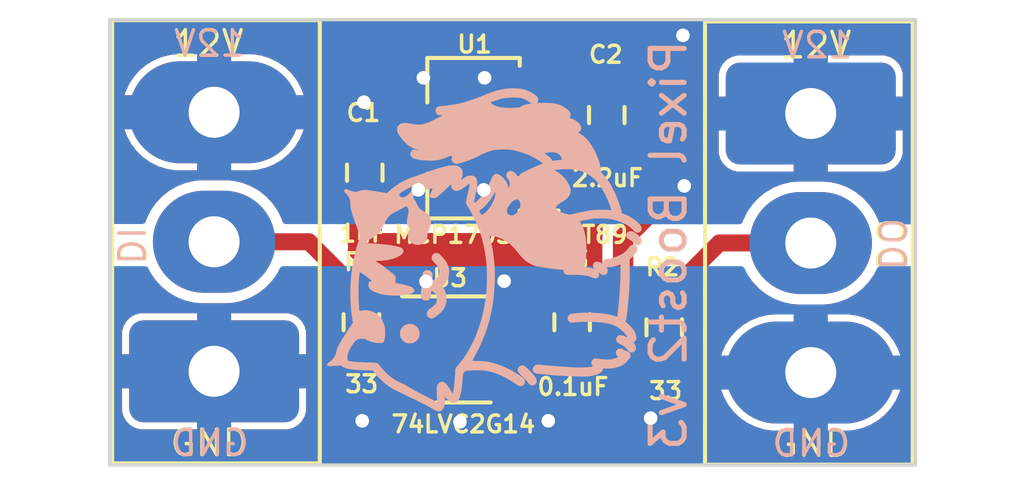
<source format=kicad_pcb>
(kicad_pcb (version 20221018) (generator pcbnew)
  (title_block (title "Pixel Boost2") (date "2023-11-08") (rev "v3"))
  (layers (0 "F.Cu" signal) (31 "B.Cu" signal) (34 "B.Paste" user) (35 "F.Paste" user) (36 "B.SilkS" user "B.Silkscreen") (37 "F.SilkS" user "F.Silkscreen") (38 "B.Mask" user) (39 "F.Mask" user) (44 "Edge.Cuts" user))
  (net 0 "")
  (net 1 "+5V")
  (net 2 "GND")
  (net 3 "Net-(J1-Pin_2)")
  (net 4 "Net-(J2-Pin_2)")
  (net 5 "Net-(R1-Pad2)")
  (net 6 "Net-(R2-Pad1)")
  (net 7 "+12V")
  (footprint "Resistor_SMD:R_0603_1608Metric" (layer "F.Cu") (at 146.8 115.4 -90)
    (fp_text reference "R1" (at -1.77 0.01) (layer "F.SilkS") (effects (font (size 0.5 0.5) (thickness 0.1))))
    (fp_text value "33" (at 1.82 -0.01 180) (layer "F.SilkS") (effects (font (size 0.5 0.5) (thickness 0.1))))
    (pad "1" smd roundrect (at -0.825 0 270) (size 0.8 0.95) (layers "F.Cu" "F.Paste" "F.Mask") (net 3 "Net-(J1-Pin_2)"))
    (pad "2" smd roundrect (at 0.825 0 270) (size 0.8 0.95) (layers "F.Cu" "F.Paste" "F.Mask") (net 5 "Net-(R1-Pad2)"))
  )
  (footprint "Scotts:PhoenixContact_MCV_1,5_3-G-3.81_1x03_P3.81mm_Vertical" (layer "F.Cu") (at 142.4675 116.8425 90)
    (fp_text reference "J1")
    (fp_text value "In")
    (pad "1" thru_hole roundrect (at 0 0 90) (size 3 5) (drill 1.5) (layers "*.Cu" "*.Mask") (roundrect_rratio 0.138889) (net 2 "GND"))
    (pad "2" thru_hole oval (at 3.81 0 90) (size 3 3.6) (drill 1.5) (layers "*.Cu" "*.Mask") (net 3 "Net-(J1-Pin_2)"))
    (pad "3" thru_hole oval (at 7.62 0 90) (size 3 5) (drill 1.5) (layers "*.Cu" "*.Mask") (net 7 "+12V"))
  )
  (footprint "Scotts:PhoenixContact_MCV_1,5_3-G-3.81_1x03_P3.81mm_Vertical" (layer "F.Cu") (at 160.02 109.26 -90)
    (fp_text reference "J2")
    (fp_text value "Out")
    (pad "1" thru_hole roundrect (at 0 0 270) (size 3 5) (drill 1.5) (layers "*.Cu" "*.Mask") (roundrect_rratio 0.138889) (net 7 "+12V"))
    (pad "2" thru_hole oval (at 3.81 0 270) (size 3 3.6) (drill 1.5) (layers "*.Cu" "*.Mask") (net 4 "Net-(J2-Pin_2)"))
    (pad "3" thru_hole oval (at 7.62 0 270) (size 3 5) (drill 1.5) (layers "*.Cu" "*.Mask") (net 2 "GND"))
  )
  (footprint "Resistor_SMD:R_0603_1608Metric" (layer "F.Cu") (at 153 115.4 90)
    (fp_text reference "C3" (at 1.825 0 180) (layer "F.SilkS") (effects (font (size 0.5 0.5) (thickness 0.1))))
    (fp_text value "0.1uF" (at -1.9 0.025 180) (layer "F.SilkS") (effects (font (size 0.5 0.5) (thickness 0.1))))
    (pad "1" smd roundrect (at -0.825 0 90) (size 0.8 0.95) (layers "F.Cu" "F.Paste" "F.Mask") (net 1 "+5V"))
    (pad "2" smd roundrect (at 0.825 0 90) (size 0.8 0.95) (layers "F.Cu" "F.Paste" "F.Mask") (net 2 "GND"))
  )
  (footprint "Package_TO_SOT_SMD:SOT-89-3" (layer "F.Cu") (at 150.4 109.985 180)
    (fp_text reference "U1" (at 0.27 2.76) (layer "F.SilkS") (effects (font (size 0.5 0.5) (thickness 0.1))))
    (fp_text value "MCP1703A-SOT89" (at -0.8 -2.84) (layer "F.SilkS") (effects (font (size 0.5 0.5) (thickness 0.1))))
    (pad "1" smd rect (at -1.65 -1.5 180) (size 1.3 0.9) (layers "F.Cu" "F.Paste" "F.Mask") (net 2 "GND"))
    (pad "2" smd custom (at -1.5625 0 180) (size 1.475 0.9) (layers "F.Cu" "F.Paste" "F.Mask") (net 7 "+12V") (options (clearance outline) (anchor rect)) (primitives (gr_poly (pts (xy 3.8625 0.8665) (xy 0.7375 0.8665) (xy 0.7375 -0.8665) (xy 3.8625 -0.8665)) (width 0) (fill yes))))
    (pad "3" smd rect (at -1.65 1.5 180) (size 1.3 0.9) (layers "F.Cu" "F.Paste" "F.Mask") (net 1 "+5V"))
  )
  (footprint "Resistor_SMD:R_0603_1608Metric" (layer "F.Cu") (at 155.71 115.55 90)
    (fp_text reference "R2" (at 1.77 -0.05 180) (layer "F.SilkS") (effects (font (size 0.5 0.5) (thickness 0.1))))
    (fp_text value "33" (at -1.87 0.04 180) (layer "F.SilkS") (effects (font (size 0.5 0.5) (thickness 0.1))))
    (pad "1" smd roundrect (at -0.825 0 90) (size 0.8 0.95) (layers "F.Cu" "F.Paste" "F.Mask") (net 6 "Net-(R2-Pad1)"))
    (pad "2" smd roundrect (at 0.825 0 90) (size 0.8 0.95) (layers "F.Cu" "F.Paste" "F.Mask") (net 4 "Net-(J2-Pin_2)"))
  )
  (footprint "Package_TO_SOT_SMD:SOT-23-6" (layer "F.Cu") (at 149.8 116.2)
    (fp_text reference "U3" (at -0.4 -2.1) (layer "F.SilkS") (effects (font (size 0.5 0.5) (thickness 0.1) bold)))
    (fp_text value "74LVC2G14" (at 0 2.2) (layer "F.SilkS") (effects (font (size 0.5 0.5) (thickness 0.1) bold)))
    (pad "1" smd roundrect (at -1.1375 -0.95) (size 1.325 0.6) (layers "F.Cu" "F.Paste" "F.Mask") (net 2 "GND"))
    (pad "2" smd roundrect (at -1.1375 0) (size 1.325 0.6) (layers "F.Cu" "F.Paste" "F.Mask") (net 2 "GND"))
    (pad "3" smd roundrect (at -1.1375 0.95) (size 1.325 0.6) (layers "F.Cu" "F.Paste" "F.Mask") (net 5 "Net-(R1-Pad2)"))
    (pad "4" smd roundrect (at 1.1375 0.95) (size 1.325 0.6) (layers "F.Cu" "F.Paste" "F.Mask") (net 6 "Net-(R2-Pad1)"))
    (pad "5" smd roundrect (at 1.1375 0) (size 1.325 0.6) (layers "F.Cu" "F.Paste" "F.Mask") (net 1 "+5V"))
    (pad "6" smd roundrect (at 1.1375 -0.95) (size 1.325 0.6) (layers "F.Cu" "F.Paste" "F.Mask"))
  )
  (footprint "Resistor_SMD:R_0603_1608Metric" (layer "F.Cu") (at 146.9 111 -90)
    (fp_text reference "C1" (at -1.76 0.04 180) (layer "F.SilkS") (effects (font (size 0.5 0.5) (thickness 0.1))))
    (fp_text value "1uF" (at 1.79 0.06 180) (layer "F.SilkS") (effects (font (size 0.5 0.5) (thickness 0.1))))
    (pad "1" smd roundrect (at -0.825 0 270) (size 0.8 0.95) (layers "F.Cu" "F.Paste" "F.Mask") (net 7 "+12V"))
    (pad "2" smd roundrect (at 0.825 0 270) (size 0.8 0.95) (layers "F.Cu" "F.Paste" "F.Mask") (net 2 "GND"))
  )
  (footprint "Resistor_SMD:R_0603_1608Metric" (layer "F.Cu") (at 154.02 109.305 -90)
    (fp_text reference "C2" (at -1.78 0.03 180) (layer "F.SilkS") (effects (font (size 0.5 0.5) (thickness 0.1))))
    (fp_text value "2.2uF" (at 1.85 -0.02 180) (layer "F.SilkS") (effects (font (size 0.5 0.5) (thickness 0.1))))
    (pad "1" smd roundrect (at -0.825 0 270) (size 0.8 0.95) (layers "F.Cu" "F.Paste" "F.Mask") (net 1 "+5V"))
    (pad "2" smd roundrect (at 0.825 0 270) (size 0.8 0.95) (layers "F.Cu" "F.Paste" "F.Mask") (net 2 "GND"))
  )
  (footprint "Scotts:chewi_15" (layer "B.Cu") (at 149.266242 113.061295 -90)
    (fp_text reference "G***")
    (fp_text value "LOGO" hide)
  )
  (gr_line (start 139.4 106.5) (end 163.1 106.5) (stroke (width 0.1)) (layer "Edge.Cuts"))
  (gr_line (start 163.1 106.5) (end 163.1 119.6) (stroke (width 0.1)) (layer "Edge.Cuts"))
  (gr_line (start 163.1 119.6) (end 139.4 119.6) (stroke (width 0.1)) (layer "Edge.Cuts"))
  (gr_line (start 139.4 119.6) (end 139.4 106.5) (stroke (width 0.1)) (layer "Edge.Cuts"))
  (gr_text "DO" (at 162.4 113.1 -90) (layer "B.SilkS") (effects (font (size 0.75 0.75) (thickness 0.1)) (justify mirror)))
  (gr_text "GND" (at 160.03 118.96) (layer "B.SilkS") (effects (font (size 0.75 0.75) (thickness 0.1)) (justify mirror)))
  (gr_text "12V" (at 142.325 107.2) (layer "B.SilkS") (effects (font (size 0.75 0.75) (thickness 0.1)) (justify mirror)))
  (gr_text "12V" (at 160.21 107.25) (layer "B.SilkS") (effects (font (size 0.75 0.75) (thickness 0.1)) (justify mirror)))
  (gr_text "GND" (at 142.35 118.95) (layer "B.SilkS") (effects (font (size 0.75 0.75) (thickness 0.1)) (justify mirror)))
  (gr_text "DI" (at 140 113.15 -90) (layer "B.SilkS") (effects (font (size 0.75 0.75) (thickness 0.1)) (justify mirror)))
  (gr_text "${TITLE} ${REVISION}" (at 155.84 113.13 90) (layer "B.SilkS") (effects (font (size 1 1)) (justify mirror)))
  (gr_text "GND" (at 142.325 118.95) (layer "F.SilkS") (effects (font (size 0.75 0.75) (thickness 0.1))))
  (gr_text "DI" (at 140.1 113.15 90) (layer "F.SilkS") (effects (font (size 0.75 0.75) (thickness 0.1))))
  (gr_text "DO" (at 162.4 113.1 90) (layer "F.SilkS") (effects (font (size 0.75 0.75) (thickness 0.1))))
  (gr_text "12V" (at 142.3 107.2) (layer "F.SilkS") (effects (font (size 0.75 0.75) (thickness 0.1))))
  (gr_text "GND" (at 160.04 118.97) (layer "F.SilkS") (effects (font (size 0.75 0.75) (thickness 0.1))))
  (gr_text "12V" (at 160.18 107.25) (layer "F.SilkS") (effects (font (size 0.75 0.75) (thickness 0.1))))
  (segment (start 152.05 108.485) (end 154.015 108.485) (width 0.6) (layer "F.Cu") (net 1))
  (segment (start 154.015 108.485) (end 154.02 108.48) (width 0.5) (layer "F.Cu") (net 1))
  (segment (start 153.8 116.2) (end 150.9375 116.2) (width 0.6) (layer "F.Cu") (net 1))
  (segment (start 154.5 115.5) (end 153.8 116.2) (width 0.6) (layer "F.Cu") (net 1))
  (segment (start 155.11 109.39) (end 155.11 112.34) (width 0.6) (layer "F.Cu") (net 1))
  (segment (start 154.2 108.48) (end 155.11 109.39) (width 0.6) (layer "F.Cu") (net 1))
  (segment (start 154.02 108.48) (end 154.2 108.48) (width 0.5) (layer "F.Cu") (net 1))
  (segment (start 155.11 112.34) (end 154.5 112.95) (width 0.6) (layer "F.Cu") (net 1))
  (segment (start 154.5 112.95) (end 154.5 115.5) (width 0.6) (layer "F.Cu") (net 1))
  (segment (start 152.05 113.15) (end 151.925 113.275) (width 1) (layer "F.Cu") (net 2))
  (segment (start 154.02 110.13) (end 154.02 111.216498) (width 1) (layer "F.Cu") (net 2))
  (segment (start 151.925 113.275) (end 148.6 113.275) (width 1) (layer "F.Cu") (net 2))
  (segment (start 152.05 111.485) (end 152.05 113.15) (width 1) (layer "F.Cu") (net 2))
  (segment (start 146.9 111.825) (end 146.9 113.075) (width 1) (layer "F.Cu") (net 2))
  (segment (start 154.02 111.216498) (end 153.751498 111.485) (width 1) (layer "F.Cu") (net 2))
  (segment (start 153.751498 111.485) (end 152.05 111.485) (width 1) (layer "F.Cu") (net 2))
  (segment (start 146.9 113.075) (end 147.1 113.275) (width 1) (layer "F.Cu") (net 2))
  (segment (start 147.1 113.275) (end 149.25 113.275) (width 1) (layer "F.Cu") (net 2))
  (via (at 155.31 118.22) (size 0.8) (drill 0.4) (layers "F.Cu" "B.Cu") (net 2))
  (via (at 151 114.19) (size 0.8) (drill 0.4) (layers "F.Cu" "B.Cu") (net 2))
  (via (at 152.3 118.3) (size 0.8) (drill 0.4) (layers "F.Cu" "B.Cu") (net 2))
  (via (at 149.7 118.33) (size 0.8) (drill 0.4) (layers "F.Cu" "B.Cu") (net 2))
  (via (at 148.7 114.2) (size 0.8) (drill 0.4) (layers "F.Cu" "B.Cu") (net 2))
  (via (at 146.825 118.3) (size 0.8) (drill 0.4) (layers "F.Cu" "B.Cu") (net 2))
  (segment (start 145.2575 113.0325) (end 142.4675 113.0325) (width 0.5) (layer "F.Cu") (net 3))
  (segment (start 146.8 114.575) (end 145.2575 113.0325) (width 0.5) (layer "F.Cu") (net 3))
  (segment (start 157.3325 113.0675) (end 155.71 114.69) (width 0.5) (layer "F.Cu") (net 4))
  (segment (start 160.0175 113.0675) (end 157.3325 113.0675) (width 0.5) (layer "F.Cu") (net 4))
  (segment (start 160.02 113.07) (end 160.0175 113.0675) (width 0.35) (layer "F.Cu") (net 4))
  (segment (start 155.71 114.69) (end 155.71 114.725) (width 0.5) (layer "F.Cu") (net 4))
  (segment (start 146.8 116.6) (end 147.35 117.15) (width 0.5) (layer "F.Cu") (net 5))
  (segment (start 147.35 117.15) (end 148.6625 117.15) (width 0.5) (layer "F.Cu") (net 5))
  (segment (start 146.8 116.225) (end 146.8 116.6) (width 0.5) (layer "F.Cu") (net 5))
  (segment (start 155.71 116.375) (end 154.885 117.2) (width 0.5) (layer "F.Cu") (net 6))
  (segment (start 150.8875 117.2) (end 150.8625 117.175) (width 0.5) (layer "F.Cu") (net 6))
  (segment (start 154.885 117.2) (end 150.8875 117.2) (width 0.5) (layer "F.Cu") (net 6))
  (via (at 156.26 106.96) (size 0.8) (drill 0.4) (layers "F.Cu" "B.Cu") (net 7))
  (via (at 148.475 111.506) (size 0.8) (drill 0.4) (layers "F.Cu" "B.Cu") (net 7))
  (via (at 150.4 111.506) (size 0.8) (drill 0.4) (layers "F.Cu" "B.Cu") (net 7))
  (via (at 156.3 111.39) (size 0.8) (drill 0.4) (layers "F.Cu" "B.Cu") (net 7))
  (via (at 148.625 108.21) (size 0.8) (drill 0.4) (layers "F.Cu" "B.Cu") (net 7))
  (via (at 150.425 108.21) (size 0.8) (drill 0.4) (layers "F.Cu" "B.Cu") (net 7))
  (via (at 146.875 108.925) (size 0.8) (drill 0.4) (layers "F.Cu" "B.Cu") (net 7))
  (zone (net 0) (net_name "") (layer "F.Cu") (connect_pads (clearance 0)) (min_thickness 0.204)
    (keepout (tracks allowed) (vias allowed) (pads allowed) (copperpour not_allowed) (footprints allowed))
    (fill (thermal_gap 0.208) (thermal_bridge_width 1))
    (polygon (pts (xy 154.9 114.95) (xy 156.5 114.95) (xy 156.5 116.25) (xy 154.9 116.25)))
  )
  (zone (net 2) (net_name "GND") (layer "F.Cu") (connect_pads (clearance 0.308)) (min_thickness 0.204) (fill yes (thermal_gap 0.208) (thermal_bridge_width 1))
    (polygon (pts (xy 164.87 120.02) (xy 137.5 120) (xy 137.5 114.07) (xy 146.39 114.07) (xy 146.4 113.15) (xy 152.1 113.15) (xy 152.1 111.6) (xy 153.9 111.6) (xy 153.9 114.07) (xy 164.86 114.07)))
  )
  (zone (net 7) (net_name "+12V") (layer "F.Cu") (connect_pads (clearance 0.308)) (min_thickness 0.204) (fill yes (thermal_gap 0.208) (thermal_bridge_width 1))
    (polygon (pts (xy 164.84 112.06) (xy 152 112.06) (xy 152 112.079) (xy 147.325 112.079) (xy 147.33 112.06) (xy 137.48 112.06) (xy 137.51 105.97) (xy 164.84 105.92)))
  )
  (zone (net 0) (net_name "") (layer "F.Cu") (connect_pads (clearance 0)) (min_thickness 0.204)
    (keepout (tracks allowed) (vias allowed) (pads allowed) (copperpour not_allowed) (footprints allowed))
    (fill (thermal_gap 0.208) (thermal_bridge_width 1))
    (polygon (pts (xy 152.94 110.655) (xy 152.94 109.24) (xy 152.725 109.24) (xy 152.725 108.68) (xy 154.4 108.68) (xy 154.4 110.655)))
  )
  (zone (net 7) (net_name "+12V") (layer "B.Cu") (connect_pads (clearance 0.308)) (min_thickness 0.204) (fill yes (thermal_gap 0.208) (thermal_bridge_width 1))
    (polygon (pts (xy 164.88 112.52) (xy 137.48 112.51) (xy 137.51 105.97) (xy 164.85 105.93)))
  )
  (zone (net 2) (net_name "GND") (layer "B.Cu") (connect_pads (clearance 0.308)) (min_thickness 0.204) (fill yes (thermal_gap 0.208) (thermal_bridge_width 1))
    (polygon (pts (xy 164.87 120.02) (xy 137.5 120) (xy 137.51 113.75) (xy 164.86 113.75)))
  )
)
</source>
